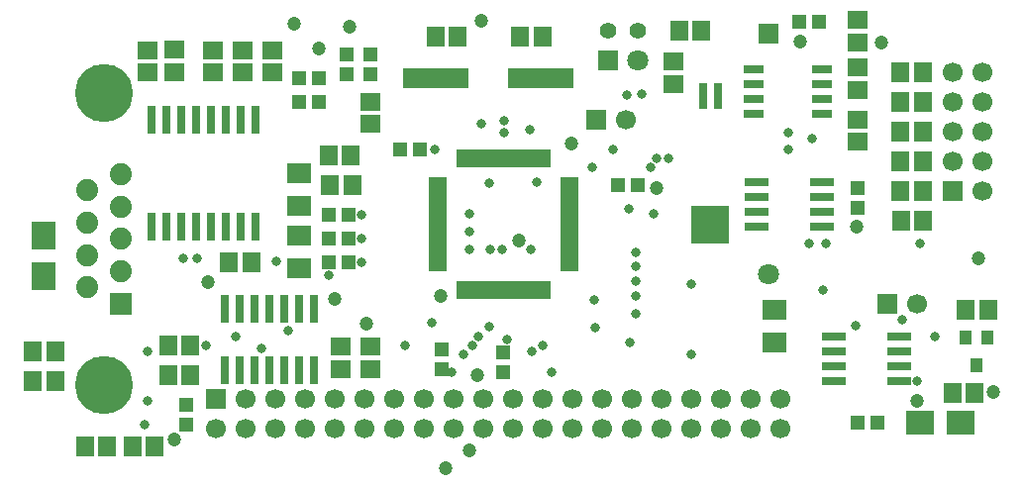
<source format=gts>
%FSLAX42Y42*%
%MOMM*%
G71*
G01*
G75*
%ADD10C,0.20*%
%ADD11R,1.50X1.30*%
%ADD12R,0.30X1.45*%
%ADD13R,1.30X1.50*%
%ADD14C,1.00*%
%ADD15R,1.55X0.60*%
%ADD16R,1.80X1.60*%
%ADD17R,0.85X1.00*%
%ADD18R,1.80X0.60*%
%ADD19R,5.50X1.50*%
%ADD20R,1.45X0.30*%
%ADD21R,0.60X2.00*%
%ADD22R,3.00X3.00*%
%ADD23R,1.00X1.10*%
%ADD24R,0.60X2.20*%
%ADD25R,1.10X1.00*%
%ADD26R,1.80X2.15*%
%ADD27R,2.15X1.80*%
%ADD28R,0.60X2.25*%
%ADD29C,1.00*%
%ADD30C,0.25*%
%ADD31C,0.40*%
%ADD32C,0.50*%
%ADD33C,0.30*%
%ADD34C,0.25*%
%ADD35R,1.50X1.50*%
%ADD36C,1.50*%
%ADD37R,1.60X1.60*%
%ADD38C,1.60*%
%ADD39C,1.20*%
%ADD40C,4.76*%
%ADD41R,1.69X1.69*%
%ADD42C,1.69*%
%ADD43C,0.60*%
%ADD44R,2.80X0.65*%
%ADD45R,0.65X2.80*%
%ADD46R,1.70X1.50*%
%ADD47R,0.50X1.65*%
%ADD48R,1.50X1.70*%
%ADD49C,1.20*%
%ADD50R,1.75X0.80*%
%ADD51R,2.00X1.80*%
%ADD52R,1.05X1.20*%
%ADD53R,2.00X0.80*%
%ADD54R,5.70X1.70*%
%ADD55R,1.65X0.50*%
%ADD56R,0.80X2.20*%
%ADD57R,3.20X3.20*%
%ADD58R,1.20X1.30*%
%ADD59R,0.80X2.40*%
%ADD60R,1.30X1.20*%
%ADD61R,2.00X2.35*%
%ADD62R,2.35X2.00*%
%ADD63R,0.80X2.45*%
%ADD64R,1.70X1.70*%
%ADD65C,1.70*%
%ADD66R,1.80X1.80*%
%ADD67C,1.80*%
%ADD68C,1.40*%
%ADD69C,4.96*%
%ADD70R,1.89X1.89*%
%ADD71C,1.89*%
%ADD72C,0.80*%
D46*
X5842Y-762D02*
D03*
Y-572D02*
D03*
X7417Y-406D02*
D03*
Y-216D02*
D03*
X3250Y-3010D02*
D03*
Y-3200D02*
D03*
X3000Y-3010D02*
D03*
Y-3200D02*
D03*
X1344Y-663D02*
D03*
Y-473D02*
D03*
X7417Y-623D02*
D03*
Y-813D02*
D03*
X1575Y-470D02*
D03*
Y-660D02*
D03*
X1903Y-663D02*
D03*
Y-473D02*
D03*
X2411Y-663D02*
D03*
Y-473D02*
D03*
X2157Y-663D02*
D03*
Y-473D02*
D03*
X7417Y-1257D02*
D03*
Y-1067D02*
D03*
X3251Y-1104D02*
D03*
Y-914D02*
D03*
D47*
X4465Y-1397D02*
D03*
X4765D02*
D03*
X4715D02*
D03*
X4665D02*
D03*
X4615D02*
D03*
X4565D02*
D03*
X4515D02*
D03*
X4415D02*
D03*
X4365D02*
D03*
X4315D02*
D03*
X4265D02*
D03*
X4215D02*
D03*
X4165D02*
D03*
X4115D02*
D03*
X4065D02*
D03*
X4015D02*
D03*
X4765Y-2522D02*
D03*
X4715D02*
D03*
X4665D02*
D03*
X4615D02*
D03*
X4565D02*
D03*
X4515D02*
D03*
X4465D02*
D03*
X4415D02*
D03*
X4365D02*
D03*
X4315D02*
D03*
X4265D02*
D03*
X4215D02*
D03*
X4165D02*
D03*
X4115D02*
D03*
X4065D02*
D03*
X4015D02*
D03*
D48*
X5893Y-305D02*
D03*
X6083D02*
D03*
X8230Y-3404D02*
D03*
X8420D02*
D03*
X8534Y-2692D02*
D03*
X1219Y-3861D02*
D03*
X1409D02*
D03*
X813D02*
D03*
X1003D02*
D03*
X370Y-3050D02*
D03*
X560D02*
D03*
X1524Y-2997D02*
D03*
X1714D02*
D03*
X370Y-3300D02*
D03*
X560D02*
D03*
X1524Y-3251D02*
D03*
X1714D02*
D03*
X2045Y-2286D02*
D03*
X2235D02*
D03*
X7980Y-1930D02*
D03*
X7790D02*
D03*
X2909Y-1626D02*
D03*
X3099D02*
D03*
X7786Y-660D02*
D03*
X7976D02*
D03*
X7786Y-914D02*
D03*
X7976D02*
D03*
X7786Y-1168D02*
D03*
X7976D02*
D03*
X7786Y-1422D02*
D03*
X7976D02*
D03*
X7786Y-1676D02*
D03*
X7976D02*
D03*
X4000Y-356D02*
D03*
X3810D02*
D03*
X4534D02*
D03*
X4724D02*
D03*
X8344Y-2692D02*
D03*
X3086Y-1372D02*
D03*
X2896D02*
D03*
D49*
X7620Y-406D02*
D03*
X4975Y-1275D02*
D03*
X4525Y-2100D02*
D03*
X4170Y-3250D02*
D03*
X2950Y-2600D02*
D03*
X1575Y-3800D02*
D03*
X3220Y-2810D02*
D03*
X4100Y-3900D02*
D03*
X7925Y-3475D02*
D03*
X8575Y-3400D02*
D03*
X3850Y-2575D02*
D03*
X3900Y-4050D02*
D03*
X4200Y-225D02*
D03*
X3075Y-275D02*
D03*
X2812Y-462D02*
D03*
X2600Y-250D02*
D03*
X8450Y-2250D02*
D03*
X6925Y-400D02*
D03*
X5700Y-1650D02*
D03*
X7410Y-1980D02*
D03*
X1867Y-2453D02*
D03*
D50*
X7118Y-765D02*
D03*
X6533Y-638D02*
D03*
Y-765D02*
D03*
Y-892D02*
D03*
Y-1019D02*
D03*
X7118Y-638D02*
D03*
Y-892D02*
D03*
Y-1019D02*
D03*
D51*
X6706Y-2692D02*
D03*
Y-2972D02*
D03*
X2642Y-2057D02*
D03*
Y-2337D02*
D03*
Y-1804D02*
D03*
Y-1524D02*
D03*
D52*
X8528Y-2928D02*
D03*
X8338D02*
D03*
X8433Y-3168D02*
D03*
D53*
X7774Y-3048D02*
D03*
X6558Y-1603D02*
D03*
Y-1730D02*
D03*
Y-1857D02*
D03*
Y-1984D02*
D03*
X7118Y-1603D02*
D03*
Y-1730D02*
D03*
Y-1857D02*
D03*
Y-1984D02*
D03*
X7774Y-3302D02*
D03*
Y-3175D02*
D03*
Y-2921D02*
D03*
X7214Y-3302D02*
D03*
Y-3175D02*
D03*
Y-3048D02*
D03*
Y-2921D02*
D03*
D54*
X3810Y-711D02*
D03*
X4710D02*
D03*
D55*
X3827Y-1784D02*
D03*
Y-1684D02*
D03*
Y-1834D02*
D03*
Y-1734D02*
D03*
X4952Y-2334D02*
D03*
Y-2284D02*
D03*
Y-2234D02*
D03*
Y-2184D02*
D03*
Y-2134D02*
D03*
Y-2084D02*
D03*
Y-2034D02*
D03*
Y-1984D02*
D03*
Y-1934D02*
D03*
Y-1884D02*
D03*
Y-1834D02*
D03*
Y-1784D02*
D03*
Y-1734D02*
D03*
Y-1684D02*
D03*
Y-1634D02*
D03*
Y-1584D02*
D03*
X3827Y-2334D02*
D03*
Y-2284D02*
D03*
Y-2234D02*
D03*
Y-2184D02*
D03*
Y-2134D02*
D03*
Y-2084D02*
D03*
Y-2034D02*
D03*
Y-1984D02*
D03*
Y-1934D02*
D03*
Y-1884D02*
D03*
Y-1634D02*
D03*
Y-1584D02*
D03*
D56*
X6226Y-864D02*
D03*
X6096D02*
D03*
D57*
X6161Y-1964D02*
D03*
D58*
X1676Y-3675D02*
D03*
Y-3505D02*
D03*
X7422Y-1654D02*
D03*
Y-1824D02*
D03*
X3048Y-508D02*
D03*
Y-678D02*
D03*
X3251Y-508D02*
D03*
Y-678D02*
D03*
X4386Y-3057D02*
D03*
Y-3227D02*
D03*
X3861Y-3200D02*
D03*
Y-3030D02*
D03*
D59*
X2007Y-3209D02*
D03*
X2134D02*
D03*
X2261D02*
D03*
X2388D02*
D03*
X2515D02*
D03*
X2642D02*
D03*
X2769D02*
D03*
X2007Y-2684D02*
D03*
X2134D02*
D03*
X2261D02*
D03*
X2388D02*
D03*
X2515D02*
D03*
X2642D02*
D03*
X2769D02*
D03*
D60*
X7417Y-3658D02*
D03*
X7587D02*
D03*
X2896Y-2083D02*
D03*
X3066D02*
D03*
X2896Y-1880D02*
D03*
X3066D02*
D03*
X7091Y-229D02*
D03*
X6921D02*
D03*
X5537Y-1626D02*
D03*
X5367D02*
D03*
X2642Y-914D02*
D03*
X2812D02*
D03*
X2642Y-711D02*
D03*
X2812D02*
D03*
X2896Y-2286D02*
D03*
X3066D02*
D03*
X3505Y-1321D02*
D03*
X3675D02*
D03*
D61*
X457Y-2410D02*
D03*
Y-2060D02*
D03*
D62*
X7953Y-3658D02*
D03*
X8303D02*
D03*
D63*
X2273Y-1066D02*
D03*
X2146D02*
D03*
X2019D02*
D03*
X1892D02*
D03*
X1765D02*
D03*
X1638D02*
D03*
X1511D02*
D03*
X1384D02*
D03*
X2273Y-1982D02*
D03*
X2146D02*
D03*
X2019D02*
D03*
X1892D02*
D03*
X1765D02*
D03*
X1638D02*
D03*
X1511D02*
D03*
X1384D02*
D03*
D64*
X5182Y-1067D02*
D03*
X1930Y-3454D02*
D03*
X7671Y-2642D02*
D03*
X8230Y-1676D02*
D03*
D65*
X5436Y-1067D02*
D03*
X1930Y-3708D02*
D03*
X2184D02*
D03*
X2438D02*
D03*
X2692D02*
D03*
X2946D02*
D03*
X3200Y-3454D02*
D03*
Y-3708D02*
D03*
X3454Y-3454D02*
D03*
Y-3708D02*
D03*
X3708Y-3454D02*
D03*
Y-3708D02*
D03*
X3962Y-3454D02*
D03*
Y-3708D02*
D03*
X4216Y-3454D02*
D03*
Y-3708D02*
D03*
X4470Y-3454D02*
D03*
Y-3708D02*
D03*
X4724Y-3454D02*
D03*
Y-3708D02*
D03*
X4978Y-3454D02*
D03*
Y-3708D02*
D03*
X5232Y-3454D02*
D03*
Y-3708D02*
D03*
X5486Y-3454D02*
D03*
Y-3708D02*
D03*
X5740Y-3454D02*
D03*
Y-3708D02*
D03*
X5994Y-3454D02*
D03*
Y-3708D02*
D03*
X6248Y-3454D02*
D03*
Y-3708D02*
D03*
X6502Y-3454D02*
D03*
Y-3708D02*
D03*
X6756Y-3454D02*
D03*
Y-3708D02*
D03*
X2184Y-3454D02*
D03*
X2438D02*
D03*
X2692D02*
D03*
X2946D02*
D03*
X7925Y-2642D02*
D03*
X8484Y-1676D02*
D03*
X8230Y-1422D02*
D03*
X8484D02*
D03*
X8230Y-1168D02*
D03*
X8484D02*
D03*
X8230Y-914D02*
D03*
X8484D02*
D03*
X8230Y-660D02*
D03*
X8484D02*
D03*
D66*
X6655Y-328D02*
D03*
X5283Y-559D02*
D03*
D67*
X6655Y-2388D02*
D03*
X5537Y-559D02*
D03*
D68*
Y-305D02*
D03*
X5283D02*
D03*
D69*
X976Y-838D02*
D03*
Y-3337D02*
D03*
D70*
X1118Y-2642D02*
D03*
D71*
X834Y-2503D02*
D03*
X1118Y-2365D02*
D03*
X834Y-2226D02*
D03*
X1118Y-2088D02*
D03*
X834Y-1949D02*
D03*
X1118Y-1811D02*
D03*
X834Y-1672D02*
D03*
X1118Y-1534D02*
D03*
D72*
X6825Y-1175D02*
D03*
X4615Y-1150D02*
D03*
X5447Y-853D02*
D03*
X8075Y-2925D02*
D03*
X7800Y-2775D02*
D03*
X5575Y-850D02*
D03*
X4630Y-3050D02*
D03*
X4725Y-3000D02*
D03*
X4175Y-2925D02*
D03*
X4125Y-3000D02*
D03*
X4050Y-3075D02*
D03*
X4265Y-2840D02*
D03*
X4800Y-3225D02*
D03*
X4425Y-2950D02*
D03*
X3800Y-1325D02*
D03*
X5163Y-2613D02*
D03*
X5475Y-2975D02*
D03*
X5994Y-3075D02*
D03*
X5175Y-2850D02*
D03*
X5525Y-2450D02*
D03*
X1350Y-3475D02*
D03*
Y-3050D02*
D03*
X2550Y-2875D02*
D03*
X2100Y-2925D02*
D03*
X1850Y-3000D02*
D03*
X1325Y-3675D02*
D03*
X2325Y-3025D02*
D03*
X2900Y-2400D02*
D03*
X3550Y-3000D02*
D03*
X4100Y-1875D02*
D03*
X3175Y-2083D02*
D03*
X4100Y-2025D02*
D03*
X3175Y-2286D02*
D03*
X4100Y-2175D02*
D03*
X4267Y-1608D02*
D03*
X4674Y-1601D02*
D03*
X2450Y-2275D02*
D03*
X6825Y-1325D02*
D03*
X7025Y-1225D02*
D03*
X7150Y-2125D02*
D03*
X7000D02*
D03*
X3175Y-1880D02*
D03*
X3950Y-3225D02*
D03*
X4625Y-2175D02*
D03*
X1650Y-2250D02*
D03*
X4275Y-2175D02*
D03*
X4375D02*
D03*
X1775Y-2250D02*
D03*
X3775Y-2800D02*
D03*
X5466Y-1834D02*
D03*
X5150Y-1475D02*
D03*
X5675Y-1875D02*
D03*
X5650Y-1475D02*
D03*
X5325Y-1325D02*
D03*
X5700Y-1400D02*
D03*
X5800D02*
D03*
X4200Y-1100D02*
D03*
X4400Y-1075D02*
D03*
Y-1175D02*
D03*
X7925Y-3300D02*
D03*
X5525Y-2575D02*
D03*
Y-2725D02*
D03*
Y-2325D02*
D03*
X6000Y-2475D02*
D03*
X7400Y-2825D02*
D03*
X5525Y-2200D02*
D03*
X7125Y-2525D02*
D03*
X7950Y-2125D02*
D03*
M02*

</source>
